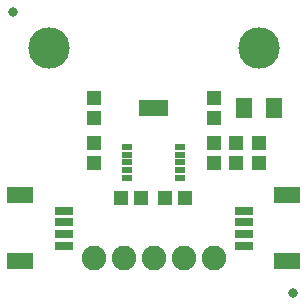
<source format=gts>
G75*
%MOIN*%
%OFA0B0*%
%FSLAX25Y25*%
%IPPOS*%
%LPD*%
%AMOC8*
5,1,8,0,0,1.08239X$1,22.5*
%
%ADD10C,0.13800*%
%ADD11C,0.03300*%
%ADD12R,0.04737X0.05131*%
%ADD13R,0.03300X0.05800*%
%ADD14R,0.08674X0.05524*%
%ADD15R,0.06115X0.03162*%
%ADD16C,0.08200*%
%ADD17R,0.05131X0.04737*%
%ADD18R,0.03556X0.02296*%
%ADD19R,0.05800X0.03300*%
D10*
X0178333Y0376400D03*
X0248333Y0376400D03*
D11*
X0259833Y0294900D03*
X0166333Y0388400D03*
D12*
X0193333Y0359746D03*
X0193333Y0353054D03*
X0193333Y0344746D03*
X0193333Y0338054D03*
X0233333Y0338054D03*
X0233333Y0344746D03*
X0240833Y0344746D03*
X0240833Y0338054D03*
X0248333Y0338054D03*
X0248333Y0344746D03*
X0233333Y0353054D03*
X0233333Y0359746D03*
D13*
X0216533Y0356400D03*
X0213333Y0356400D03*
X0210133Y0356400D03*
D14*
X0168865Y0327424D03*
X0168865Y0305376D03*
X0257802Y0305376D03*
X0257802Y0327424D03*
D15*
X0243333Y0322306D03*
X0243333Y0318369D03*
X0243333Y0314431D03*
X0243333Y0310494D03*
X0183333Y0310494D03*
X0183333Y0314431D03*
X0183333Y0318369D03*
X0183333Y0322306D03*
D16*
X0193333Y0306400D03*
X0203333Y0306400D03*
X0213333Y0306400D03*
X0223333Y0306400D03*
X0233333Y0306400D03*
D17*
X0223680Y0326400D03*
X0216987Y0326400D03*
X0209180Y0326400D03*
X0202487Y0326400D03*
D18*
X0204573Y0333282D03*
X0204573Y0335841D03*
X0204573Y0338400D03*
X0204573Y0340959D03*
X0204573Y0343518D03*
X0222093Y0343518D03*
X0222093Y0340959D03*
X0222093Y0338400D03*
X0222093Y0335841D03*
X0222093Y0333282D03*
D19*
X0243333Y0354800D03*
X0243333Y0358000D03*
X0253333Y0358000D03*
X0253333Y0354800D03*
M02*

</source>
